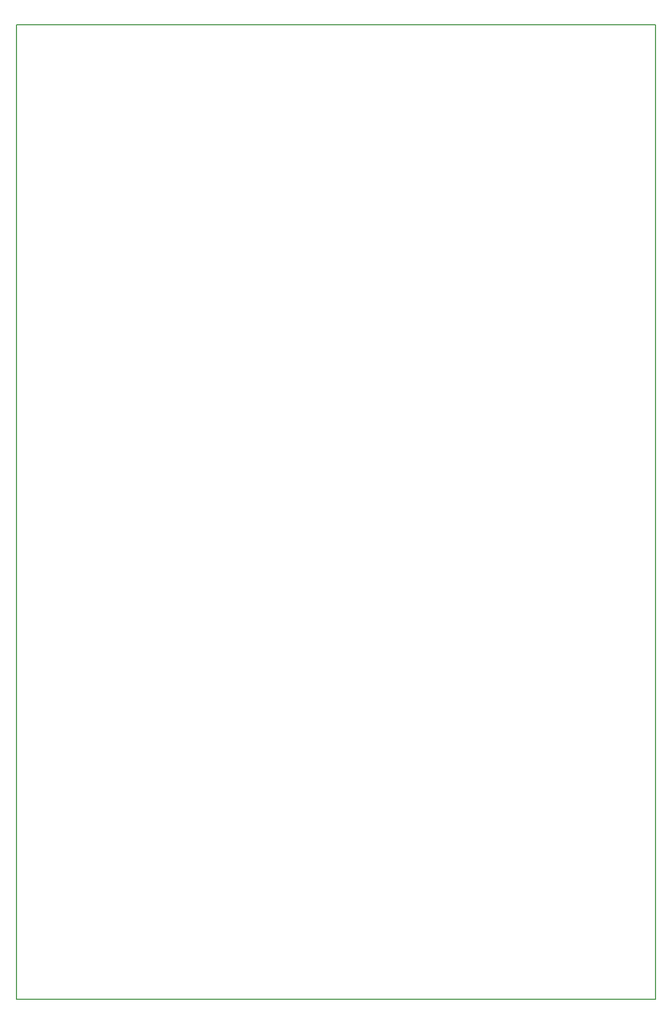
<source format=gbr>
G04 #@! TF.FileFunction,Profile,NP*
%FSLAX46Y46*%
G04 Gerber Fmt 4.6, Leading zero omitted, Abs format (unit mm)*
G04 Created by KiCad (PCBNEW 4.0.7-e2-6376~61~ubuntu18.04.1) date Wed Sep  2 21:57:33 2020*
%MOMM*%
%LPD*%
G01*
G04 APERTURE LIST*
%ADD10C,0.100000*%
%ADD11C,0.150000*%
G04 APERTURE END LIST*
D10*
D11*
X199200000Y-203400000D02*
X199200000Y-123400000D01*
X199100000Y-203400000D02*
X199200000Y-203400000D01*
X94200000Y-203400000D02*
X199100000Y-203400000D01*
X94200000Y-43400000D02*
X94200000Y-203400000D01*
X199200000Y-43400000D02*
X94200000Y-43400000D01*
X199200000Y-123400000D02*
X199200000Y-43400000D01*
M02*

</source>
